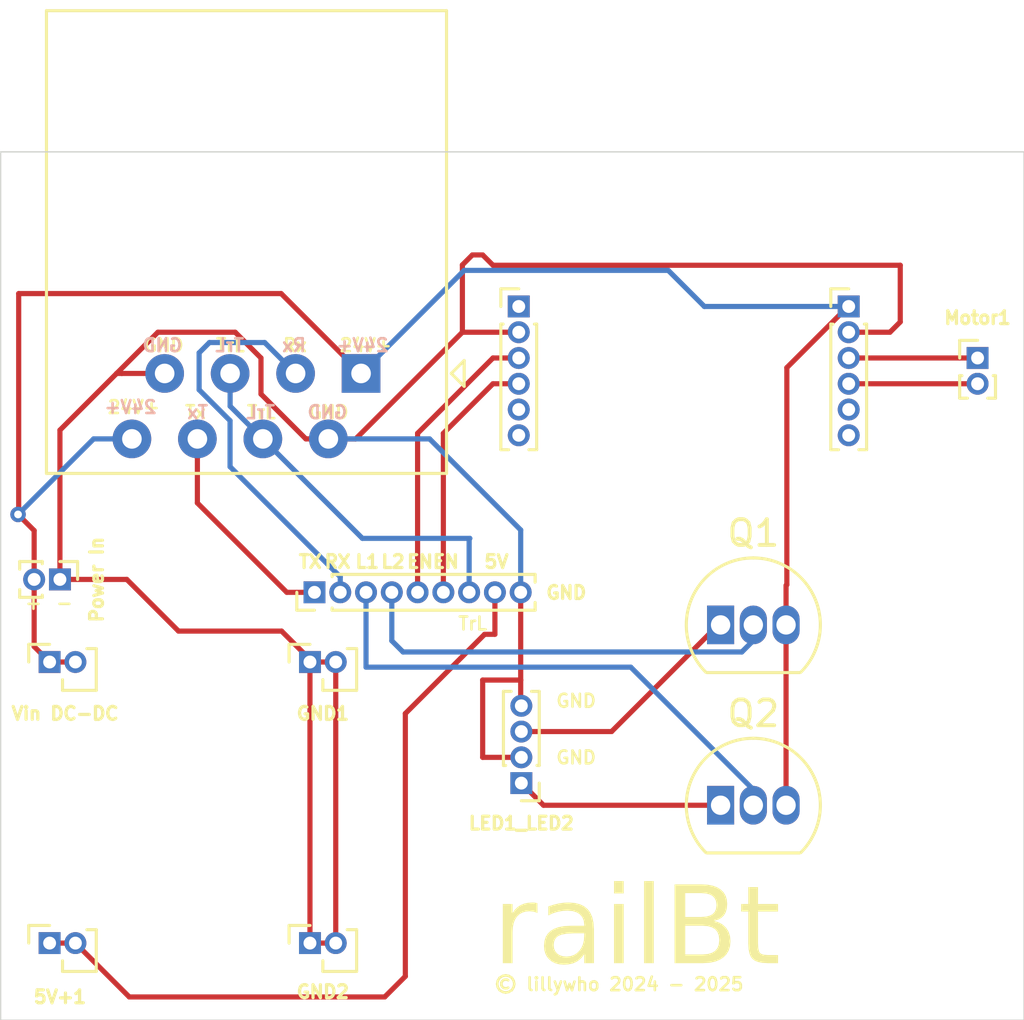
<source format=kicad_pcb>
(kicad_pcb (version 20240108) (generator "pcbnew") (generator_version "8.0")
  (layers (0 "F.Cu" signal) (31 "B.Cu" signal) (34 "B.Paste" user) (35 "F.Paste" user) (36 "B.SilkS" user "B.Silkscreen") (37 "F.SilkS" user "F.Silkscreen") (38 "B.Mask" user) (39 "F.Mask" user) (44 "Edge.Cuts" user))
  (net 0 "")
  (net 2 "Net-(DRV_left1-Pin_2)")
  (net 5 "Net-(DRV_left1-Pin_4)")
  (net 6 "Net-(DRV_left1-Pin_3)")
  (net 7 "Net-(DRV_right1-Pin_4)")
  (net 9 "Net-(DRV_right1-Pin_3)")
  (net 10 "Net-(DRV_right1-Pin_1)")
  (net 12 "Net-(ESP32_jack1-Pin_7)")
  (net 13 "Net-(ESP32_jack1-Pin_3)")
  (net 14 "Net-(ESP32_jack1-Pin_4)")
  (net 15 "Net-(ESP32_jack1-Pin_2)")
  (net 16 "Net-(ESP32_jack1-Pin_1)")
  (net 17 "Net-(LED1_LED2-Pin_3)")
  (net 18 "Net-(LED1_LED2-Pin_1)")
  (net 19 "Net-(5V+1-Pin_1)")
  (footprint "Package_TO_SOT_THT:TO-92_Inline" (layer "F.Cu") (at 220.23 40.36)
    (property "Reference" "Q1" (at 1.27 -3.56 0) (layer "F.SilkS"))
    (property "Value" "BC328" (hide yes))
    (fp_line (start -0.53 1.85) (end 3.07 1.85) (stroke (width 0.12)) (layer "F.SilkS"))
    (fp_arc (start -0.568478 1.838478) (mid -1.132087 -0.994977) (end 1.27 -2.6) (stroke (width 0.12)) (layer "F.SilkS"))
    (fp_arc (start 1.27 -2.6) (mid 3.672087 -0.994977) (end 3.108478 1.838478) (stroke (width 0.12)) (layer "F.SilkS"))
    (pad "1" thru_hole rect (at 0 0) (size 1.05 1.5) (drill 0.75) (layers "*.Cu" "*.Mask") (net 17 "Net-(LED1_LED2-Pin_3)"))
    (pad "2" thru_hole oval (at 1.27 0) (size 1.05 1.5) (drill 0.75) (layers "*.Cu" "*.Mask") (net 14 "Net-(ESP32_jack1-Pin_4)"))
    (pad "3" thru_hole oval (at 2.54 0) (size 1.05 1.5) (drill 0.75) (layers "*.Cu" "*.Mask") (net 10 "Net-(DRV_right1-Pin_1)"))
  )
  (footprint "Connector_PinSocket_1.00mm:PinSocket_1x02_P1.00mm_Vertical" (layer "F.Cu") (at 194.2 41.8 90)
    (property "Reference" "Vin DC-DC" (at -2 0.6 180) (layer "F.SilkS") (effects (font (size 0.5 0.5) (thickness 0.125))))
    (property "Value" "Conn_01x01" (hide yes))
    (fp_line (start 0.685 -0.81) (end 0.685 0) (stroke (width 0.12)) (layer "F.SilkS"))
    (fp_line (start 0 -0.81) (end 0.685 -0.81) (stroke (width 0.12)) (layer "F.SilkS"))
    (fp_line (start -1.1 0.5) (end -0.685 0.5) (stroke (width 0.12)) (layer "F.SilkS"))
    (fp_line (start -1.1 0.5) (end -1.1 1.81) (stroke (width 0.12)) (layer "F.SilkS"))
    (fp_line (start 0.52 1.445898) (end 0.52 1.81) (stroke (width 0.12)) (layer "F.SilkS"))
    (fp_line (start -1.1 1.81) (end 0.52 1.81) (stroke (width 0.12)) (layer "F.SilkS"))
    (pad "1" thru_hole rect (at 0 0 90) (size 0.85 0.85) (drill 0.5) (layers "*.Cu" "*.Mask") (net 10 "Net-(DRV_right1-Pin_1)"))
    (pad "2" thru_hole oval (at 0 1 90) (size 0.85 0.85) (drill 0.5) (layers "*.Cu" "*.Mask") (net 10 "Net-(DRV_right1-Pin_1)"))
  )
  (footprint "Connector_RJ:RJ45_Amphenol_54602-x08_Horizontal" (layer "F.Cu") (at 206.2825 30.6 180)
    (property "Reference" "J1" (hide yes))
    (property "Value" "RJ45_Shielded")
    (fp_line (start 12.205 -3.88) (end 12.205 14.08) (stroke (width 0.12)) (layer "F.SilkS"))
    (fp_line (start 12.205 -3.88) (end -3.315 -3.88) (stroke (width 0.12)) (layer "F.SilkS"))
    (fp_line (start -3.315 14.08) (end 12.205 14.08) (stroke (width 0.12)) (layer "F.SilkS"))
    (fp_line (start -3.315 -3.88) (end -3.315 14.08) (stroke (width 0.12)) (layer "F.SilkS"))
    (fp_line (start -3.5 0) (end -4 -0.5) (stroke (width 0.12)) (layer "F.SilkS"))
    (fp_line (start -4 0.5) (end -3.5 0) (stroke (width 0.12)) (layer "F.SilkS"))
    (fp_line (start -4 -0.5) (end -4 0.5) (stroke (width 0.12)) (layer "F.SilkS"))
    (pad "" np_thru_hole circle (at -1.27 6.35 180) (size 3.2 3.2) (drill 3.2) (layers "*.Cu" "*.Mask"))
    (pad "" np_thru_hole circle (at 10.16 6.35 180) (size 3.2 3.2) (drill 3.2) (layers "*.Cu" "*.Mask"))
    (pad "1" thru_hole rect (at 0 0 180) (size 1.5 1.5) (drill 0.76) (layers "*.Cu" "*.Mask") (net 10 "Net-(DRV_right1-Pin_1)"))
    (pad "2" thru_hole circle (at 1.27 -2.54 180) (size 1.5 1.5) (drill 0.76) (layers "*.Cu" "*.Mask") (net 2 "Net-(DRV_left1-Pin_2)"))
    (pad "3" thru_hole circle (at 2.54 0 180) (size 1.5 1.5) (drill 0.76) (layers "*.Cu" "*.Mask") (net 15 "Net-(ESP32_jack1-Pin_2)"))
    (pad "4" thru_hole circle (at 3.81 -2.54 180) (size 1.5 1.5) (drill 0.76) (layers "*.Cu" "*.Mask") (net 12 "Net-(ESP32_jack1-Pin_7)"))
    (pad "5" thru_hole circle (at 5.08 0 180) (size 1.5 1.5) (drill 0.76) (layers "*.Cu" "*.Mask") (net 12 "Net-(ESP32_jack1-Pin_7)"))
    (pad "6" thru_hole circle (at 6.35 -2.54 180) (size 1.5 1.5) (drill 0.76) (layers "*.Cu" "*.Mask") (net 16 "Net-(ESP32_jack1-Pin_1)"))
    (pad "7" thru_hole circle (at 7.62 0 180) (size 1.5 1.5) (drill 0.76) (layers "*.Cu" "*.Mask") (net 2 "Net-(DRV_left1-Pin_2)"))
    (pad "8" thru_hole circle (at 8.89 -2.54 180) (size 1.5 1.5) (drill 0.76) (layers "*.Cu" "*.Mask") (net 10 "Net-(DRV_right1-Pin_1)"))
  )
  (footprint "Connector_PinHeader_1.00mm:PinHeader_1x06_P1.00mm_Vertical" (layer "F.Cu") (at 225.2 28)
    (property "Reference" "DRV_right1" (hide yes))
    (property "Value" "Conn_01x06_Pin" (hide yes))
    (fp_line (start -0.695 -0.685) (end 0 -0.685) (stroke (width 0.12)) (layer "F.SilkS"))
    (fp_line (start -0.695 0) (end -0.695 -0.685) (stroke (width 0.12)) (layer "F.SilkS"))
    (fp_line (start -0.695 0.685) (end -0.695 5.56) (stroke (width 0.12)) (layer "F.SilkS"))
    (fp_line (start -0.695 0.685) (end -0.608276 0.685) (stroke (width 0.12)) (layer "F.SilkS"))
    (fp_line (start -0.695 5.56) (end -0.394493 5.56) (stroke (width 0.12)) (layer "F.SilkS"))
    (fp_line (start 0.394493 5.56) (end 0.695 5.56) (stroke (width 0.12)) (layer "F.SilkS"))
    (fp_line (start 0.608276 0.685) (end 0.695 0.685) (stroke (width 0.12)) (layer "F.SilkS"))
    (fp_line (start 0.695 0.685) (end 0.695 5.56) (stroke (width 0.12)) (layer "F.SilkS"))
    (pad "1" thru_hole rect (at 0 0) (size 0.85 0.85) (drill 0.5) (layers "*.Cu" "*.Mask") (net 10 "Net-(DRV_right1-Pin_1)"))
    (pad "2" thru_hole oval (at 0 1) (size 0.85 0.85) (drill 0.5) (layers "*.Cu" "*.Mask") (net 2 "Net-(DRV_left1-Pin_2)"))
    (pad "3" thru_hole oval (at 0 2) (size 0.85 0.85) (drill 0.5) (layers "*.Cu" "*.Mask") (net 9 "Net-(DRV_right1-Pin_3)"))
    (pad "4" thru_hole oval (at 0 3) (size 0.85 0.85) (drill 0.5) (layers "*.Cu" "*.Mask") (net 7 "Net-(DRV_right1-Pin_4)"))
    (pad "5" thru_hole oval (at 0 4) (size 0.85 0.85) (drill 0.5) (layers "*.Cu" "*.Mask"))
    (pad "6" thru_hole oval (at 0 5) (size 0.85 0.85) (drill 0.5) (layers "*.Cu" "*.Mask"))
  )
  (footprint "Connector_PinSocket_1.00mm:PinSocket_1x02_P1.00mm_Vertical" (layer "F.Cu") (at 204.3 52.71 90)
    (property "Reference" "GND2" (at -1.89 0.5 180) (layer "F.SilkS") (effects (font (size 0.5 0.5) (thickness 0.125))))
    (property "Value" "Conn_01x02" (hide yes))
    (fp_line (start 0.685 -0.81) (end 0.685 0) (stroke (width 0.12)) (layer "F.SilkS"))
    (fp_line (start 0 -0.81) (end 0.685 -0.81) (stroke (width 0.12)) (layer "F.SilkS"))
    (fp_line (start -1.1 0.5) (end -0.685 0.5) (stroke (width 0.12)) (layer "F.SilkS"))
    (fp_line (start -1.1 0.5) (end -1.1 1.81) (stroke (width 0.12)) (layer "F.SilkS"))
    (fp_line (start 0.52 1.445898) (end 0.52 1.81) (stroke (width 0.12)) (layer "F.SilkS"))
    (fp_line (start -1.1 1.81) (end 0.52 1.81) (stroke (width 0.12)) (layer "F.SilkS"))
    (pad "1" thru_hole rect (at 0 0 90) (size 0.85 0.85) (drill 0.5) (layers "*.Cu" "*.Mask") (net 2 "Net-(DRV_left1-Pin_2)"))
    (pad "2" thru_hole oval (at 0 1 90) (size 0.85 0.85) (drill 0.5) (layers "*.Cu" "*.Mask") (net 2 "Net-(DRV_left1-Pin_2)"))
  )
  (footprint "Connector_PinHeader_1.00mm:PinHeader_1x04_P1.00mm_Vertical" (layer "F.Cu") (at 212.5 46.5 180)
    (property "Reference" "LED1_LED2" (at 0 -1.56 0) (layer "F.SilkS") (effects (font (size 0.5 0.5) (thickness 0.125))))
    (property "Value" "Conn_01x04_Pin" (hide yes))
    (fp_line (start 0.695 0.685) (end 0.695 3.56) (stroke (width 0.12)) (layer "F.SilkS"))
    (fp_line (start 0.608276 0.685) (end 0.695 0.685) (stroke (width 0.12)) (layer "F.SilkS"))
    (fp_line (start 0.394493 3.56) (end 0.695 3.56) (stroke (width 0.12)) (layer "F.SilkS"))
    (fp_line (start -0.695 3.56) (end -0.394493 3.56) (stroke (width 0.12)) (layer "F.SilkS"))
    (fp_line (start -0.695 0.685) (end -0.608276 0.685) (stroke (width 0.12)) (layer "F.SilkS"))
    (fp_line (start -0.695 0.685) (end -0.695 3.56) (stroke (width 0.12)) (layer "F.SilkS"))
    (fp_line (start -0.695 0) (end -0.695 -0.685) (stroke (width 0.12)) (layer "F.SilkS"))
    (fp_line (start -0.695 -0.685) (end 0 -0.685) (stroke (width 0.12)) (layer "F.SilkS"))
    (pad "1" thru_hole rect (at 0 0 180) (size 0.85 0.85) (drill 0.5) (layers "*.Cu" "*.Mask") (net 18 "Net-(LED1_LED2-Pin_1)"))
    (pad "2" thru_hole oval (at 0 1 180) (size 0.85 0.85) (drill 0.5) (layers "*.Cu" "*.Mask") (net 2 "Net-(DRV_left1-Pin_2)"))
    (pad "3" thru_hole oval (at 0 2 180) (size 0.85 0.85) (drill 0.5) (layers "*.Cu" "*.Mask") (net 17 "Net-(LED1_LED2-Pin_3)"))
    (pad "4" thru_hole oval (at 0 3 180) (size 0.85 0.85) (drill 0.5) (layers "*.Cu" "*.Mask") (net 2 "Net-(DRV_left1-Pin_2)"))
  )
  (footprint "Connector_PinHeader_1.00mm:PinHeader_1x09_P1.00mm_Vertical" (layer "F.Cu") (at 204.475 39.095 90)
    (property "Reference" "ESP32_jack1" (hide yes))
    (property "Value" "Conn_01x09_Pin" (hide yes))
    (fp_line (start -0.695 -0.685) (end 0 -0.685) (stroke (width 0.12)) (layer "F.SilkS"))
    (fp_line (start -0.695 0) (end -0.695 -0.685) (stroke (width 0.12)) (layer "F.SilkS"))
    (fp_line (start 0.695 0.685) (end 0.695 8.56) (stroke (width 0.12)) (layer "F.SilkS"))
    (fp_line (start 0.608276 0.685) (end 0.695 0.685) (stroke (width 0.12)) (layer "F.SilkS"))
    (fp_line (start -0.695 0.685) (end -0.608276 0.685) (stroke (width 0.12)) (layer "F.SilkS"))
    (fp_line (start -0.695 0.685) (end -0.695 8.56) (stroke (width 0.12)) (layer "F.SilkS"))
    (fp_line (start 0.394493 8.56) (end 0.695 8.56) (stroke (width 0.12)) (layer "F.SilkS"))
    (fp_line (start -0.695 8.56) (end -0.394493 8.56) (stroke (width 0.12)) (layer "F.SilkS"))
    (pad "1" thru_hole rect (at 0 0 90) (size 0.85 0.85) (drill 0.5) (layers "*.Cu" "*.Mask") (net 16 "Net-(ESP32_jack1-Pin_1)"))
    (pad "2" thru_hole oval (at 0 1 90) (size 0.85 0.85) (drill 0.5) (layers "*.Cu" "*.Mask") (net 15 "Net-(ESP32_jack1-Pin_2)"))
    (pad "3" thru_hole oval (at 0 2 90) (size 0.85 0.85) (drill 0.5) (layers "*.Cu" "*.Mask") (net 13 "Net-(ESP32_jack1-Pin_3)"))
    (pad "4" thru_hole oval (at 0 3 90) (size 0.85 0.85) (drill 0.5) (layers "*.Cu" "*.Mask") (net 14 "Net-(ESP32_jack1-Pin_4)"))
    (pad "5" thru_hole oval (at 0 4 90) (size 0.85 0.85) (drill 0.5) (layers "*.Cu" "*.Mask") (net 6 "Net-(DRV_left1-Pin_3)"))
    (pad "6" thru_hole oval (at 0 5 90) (size 0.85 0.85) (drill 0.5) (layers "*.Cu" "*.Mask") (net 5 "Net-(DRV_left1-Pin_4)"))
    (pad "7" thru_hole oval (at 0 6 90) (size 0.85 0.85) (drill 0.5) (layers "*.Cu" "*.Mask") (net 12 "Net-(ESP32_jack1-Pin_7)"))
    (pad "8" thru_hole oval (at 0 7 90) (size 0.85 0.85) (drill 0.5) (layers "*.Cu" "*.Mask") (net 19 "Net-(5V+1-Pin_1)"))
    (pad "9" thru_hole oval (at 0 8 90) (size 0.85 0.85) (drill 0.5) (layers "*.Cu" "*.Mask") (net 2 "Net-(DRV_left1-Pin_2)"))
  )
  (footprint "Connector_PinHeader_1.00mm:PinHeader_1x02_P1.00mm_Vertical" (layer "F.Cu") (at 230.2 30)
    (property "Reference" "Motor1" (at 0 -1.56 0) (layer "F.SilkS") (effects (font (size 0.5 0.5) (thickness 0.125))))
    (property "Value" "Conn_01x02_Pin" (hide yes))
    (fp_line (start -0.695 -0.685) (end 0 -0.685) (stroke (width 0.12)) (layer "F.SilkS"))
    (fp_line (start -0.695 0) (end -0.695 -0.685) (stroke (width 0.12)) (layer "F.SilkS"))
    (fp_line (start -0.695 0.685) (end -0.695 1.56) (stroke (width 0.12)) (layer "F.SilkS"))
    (fp_line (start -0.695 0.685) (end -0.608276 0.685) (stroke (width 0.12)) (layer "F.SilkS"))
    (fp_line (start -0.695 1.56) (end -0.394493 1.56) (stroke (width 0.12)) (layer "F.SilkS"))
    (fp_line (start 0.394493 1.56) (end 0.695 1.56) (stroke (width 0.12)) (layer "F.SilkS"))
    (fp_line (start 0.608276 0.685) (end 0.695 0.685) (stroke (width 0.12)) (layer "F.SilkS"))
    (fp_line (start 0.695 0.685) (end 0.695 1.56) (stroke (width 0.12)) (layer "F.SilkS"))
    (pad "1" thru_hole rect (at 0 0) (size 0.85 0.85) (drill 0.5) (layers "*.Cu" "*.Mask") (net 9 "Net-(DRV_right1-Pin_3)"))
    (pad "2" thru_hole oval (at 0 1) (size 0.85 0.85) (drill 0.5) (layers "*.Cu" "*.Mask") (net 7 "Net-(DRV_right1-Pin_4)"))
  )
  (footprint "Connector_PinSocket_1.00mm:PinSocket_1x02_P1.00mm_Vertical" (layer "F.Cu") (at 194.2 52.71 90)
    (property "Reference" "5V+1" (at -2.09 0.4 180) (layer "F.SilkS") (effects (font (size 0.5 0.5) (thickness 0.125))))
    (property "Value" "Conn_01x02" (hide yes))
    (fp_line (start 0.685 -0.81) (end 0.685 0) (stroke (width 0.12)) (layer "F.SilkS"))
    (fp_line (start 0 -0.81) (end 0.685 -0.81) (stroke (width 0.12)) (layer "F.SilkS"))
    (fp_line (start -1.1 0.5) (end -0.685 0.5) (stroke (width 0.12)) (layer "F.SilkS"))
    (fp_line (start -1.1 0.5) (end -1.1 1.81) (stroke (width 0.12)) (layer "F.SilkS"))
    (fp_line (start 0.52 1.445898) (end 0.52 1.81) (stroke (width 0.12)) (layer "F.SilkS"))
    (fp_line (start -1.1 1.81) (end 0.52 1.81) (stroke (width 0.12)) (layer "F.SilkS"))
    (pad "1" thru_hole rect (at 0 0 90) (size 0.85 0.85) (drill 0.5) (layers "*.Cu" "*.Mask") (net 19 "Net-(5V+1-Pin_1)"))
    (pad "2" thru_hole oval (at 0 1 90) (size 0.85 0.85) (drill 0.5) (layers "*.Cu" "*.Mask") (net 19 "Net-(5V+1-Pin_1)"))
  )
  (footprint "Connector_PinHeader_1.00mm:PinHeader_1x06_P1.00mm_Vertical" (layer "F.Cu") (at 212.4 28)
    (property "Reference" "DRV_left1" (hide yes))
    (property "Value" "Conn_01x06_Pin" (hide yes))
    (fp_line (start -0.695 -0.685) (end 0 -0.685) (stroke (width 0.12)) (layer "F.SilkS"))
    (fp_line (start -0.695 0) (end -0.695 -0.685) (stroke (width 0.12)) (layer "F.SilkS"))
    (fp_line (start -0.695 0.685) (end -0.695 5.56) (stroke (width 0.12)) (layer "F.SilkS"))
    (fp_line (start -0.695 0.685) (end -0.608276 0.685) (stroke (width 0.12)) (layer "F.SilkS"))
    (fp_line (start -0.695 5.56) (end -0.394493 5.56) (stroke (width 0.12)) (layer "F.SilkS"))
    (fp_line (start 0.394493 5.56) (end 0.695 5.56) (stroke (width 0.12)) (layer "F.SilkS"))
    (fp_line (start 0.608276 0.685) (end 0.695 0.685) (stroke (width 0.12)) (layer "F.SilkS"))
    (fp_line (start 0.695 0.685) (end 0.695 5.56) (stroke (width 0.12)) (layer "F.SilkS"))
    (pad "1" thru_hole rect (at 0 0) (size 0.85 0.85) (drill 0.5) (layers "*.Cu" "*.Mask"))
    (pad "2" thru_hole oval (at 0 1) (size 0.85 0.85) (drill 0.5) (layers "*.Cu" "*.Mask") (net 2 "Net-(DRV_left1-Pin_2)"))
    (pad "3" thru_hole oval (at 0 2) (size 0.85 0.85) (drill 0.5) (layers "*.Cu" "*.Mask") (net 6 "Net-(DRV_left1-Pin_3)"))
    (pad "4" thru_hole oval (at 0 3) (size 0.85 0.85) (drill 0.5) (layers "*.Cu" "*.Mask") (net 5 "Net-(DRV_left1-Pin_4)"))
    (pad "5" thru_hole oval (at 0 4) (size 0.85 0.85) (drill 0.5) (layers "*.Cu" "*.Mask"))
    (pad "6" thru_hole oval (at 0 5) (size 0.85 0.85) (drill 0.5) (layers "*.Cu" "*.Mask"))
  )
  (footprint "Package_TO_SOT_THT:TO-92_Inline" (layer "F.Cu") (at 220.23 47.36)
    (property "Reference" "Q2" (at 1.27 -3.56 0) (layer "F.SilkS"))
    (property "Value" "BC328" (hide yes))
    (fp_line (start -0.53 1.85) (end 3.07 1.85) (stroke (width 0.12)) (layer "F.SilkS"))
    (fp_arc (start -0.568478 1.838478) (mid -1.132087 -0.994977) (end 1.27 -2.6) (stroke (width 0.12)) (layer "F.SilkS"))
    (fp_arc (start 1.27 -2.6) (mid 3.672087 -0.994977) (end 3.108478 1.838478) (stroke (width 0.12)) (layer "F.SilkS"))
    (pad "1" thru_hole rect (at 0 0) (size 1.05 1.5) (drill 0.75) (layers "*.Cu" "*.Mask") (net 18 "Net-(LED1_LED2-Pin_1)"))
    (pad "2" thru_hole oval (at 1.27 0) (size 1.05 1.5) (drill 0.75) (layers "*.Cu" "*.Mask") (net 13 "Net-(ESP32_jack1-Pin_3)"))
    (pad "3" thru_hole oval (at 2.54 0) (size 1.05 1.5) (drill 0.75) (layers "*.Cu" "*.Mask") (net 10 "Net-(DRV_right1-Pin_1)"))
  )
  (footprint "Connector_PinSocket_1.00mm:PinSocket_1x02_P1.00mm_Vertical" (layer "F.Cu") (at 204.3 41.8 90)
    (property "Reference" "GND1" (at -2 0.5 180) (layer "F.SilkS") (effects (font (size 0.5 0.5) (thickness 0.125))))
    (property "Value" "Conn_01x02" (hide yes))
    (fp_line (start 0.685 -0.81) (end 0.685 0) (stroke (width 0.12)) (layer "F.SilkS"))
    (fp_line (start 0 -0.81) (end 0.685 -0.81) (stroke (width 0.12)) (layer "F.SilkS"))
    (fp_line (start -1.1 0.5) (end -0.685 0.5) (stroke (width 0.12)) (layer "F.SilkS"))
    (fp_line (start -1.1 0.5) (end -1.1 1.81) (stroke (width 0.12)) (layer "F.SilkS"))
    (fp_line (start 0.52 1.445898) (end 0.52 1.81) (stroke (width 0.12)) (layer "F.SilkS"))
    (fp_line (start -1.1 1.81) (end 0.52 1.81) (stroke (width 0.12)) (layer "F.SilkS"))
    (pad "1" thru_hole rect (at 0 0 90) (size 0.85 0.85) (drill 0.5) (layers "*.Cu" "*.Mask") (net 2 "Net-(DRV_left1-Pin_2)"))
    (pad "2" thru_hole oval (at 0 1 90) (size 0.85 0.85) (drill 0.5) (layers "*.Cu" "*.Mask") (net 2 "Net-(DRV_left1-Pin_2)"))
  )
  (footprint "Connector_PinHeader_1.00mm:PinHeader_1x02_P1.00mm_Vertical" (layer "F.Cu") (at 194.6 38.595 -90)
    (property "Reference" "Power In" (at 0.005 -1.425 90) (layer "F.SilkS") (effects (font (size 0.5 0.5) (thickness 0.125))))
    (property "Value" "Conn_01x02_Pin" (hide yes))
    (fp_line (start -0.695 1.56) (end -0.394493 1.56) (stroke (width 0.12)) (layer "F.SilkS"))
    (fp_line (start 0.394493 1.56) (end 0.695 1.56) (stroke (width 0.12)) (layer "F.SilkS"))
    (fp_line (start -0.695 0.685) (end -0.695 1.56) (stroke (width 0.12)) (layer "F.SilkS"))
    (fp_line (start -0.695 0.685) (end -0.608276 0.685) (stroke (width 0.12)) (layer "F.SilkS"))
    (fp_line (start 0.608276 0.685) (end 0.695 0.685) (stroke (width 0.12)) (layer "F.SilkS"))
    (fp_line (start 0.695 0.685) (end 0.695 1.56) (stroke (width 0.12)) (layer "F.SilkS"))
    (fp_line (start -0.695 0) (end -0.695 -0.685) (stroke (width 0.12)) (layer "F.SilkS"))
    (fp_line (start -0.695 -0.685) (end 0 -0.685) (stroke (width 0.12)) (layer "F.SilkS"))
    (pad "1" thru_hole rect (at 0 0 270) (size 0.85 0.85) (drill 0.5) (layers "*.Cu" "*.Mask") (net 2 "Net-(DRV_left1-Pin_2)"))
    (pad "2" thru_hole oval (at 0 1 270) (size 0.85 0.85) (drill 0.5) (layers "*.Cu" "*.Mask") (net 10 "Net-(DRV_right1-Pin_1)"))
  )
  (gr_rect (start 192.3 22) (end 232 55.7) (stroke (width 0.05)) (fill none) (layer "Edge.Cuts"))
  (gr_text "GND" (at 205.8 32.4 0) (layer "B.SilkS") (effects (font (size 0.5 0.5) (thickness 0.1)) (justify left bottom mirror)))
  (gr_text "TrL" (at 201.8 29.8 0) (layer "B.SilkS") (effects (font (size 0.5 0.5) (thickness 0.1)) (justify left bottom mirror)))
  (gr_text "24V+" (at 198.4 32.2 0) (layer "B.SilkS") (effects (font (size 0.5 0.5) (thickness 0.1)) (justify left bottom mirror)))
  (gr_text "24V+" (at 207.4 29.8 0) (layer "B.SilkS") (effects (font (size 0.5 0.5) (thickness 0.1)) (justify left bottom mirror)))
  (gr_text "Tx" (at 200.4 32.4 0) (layer "B.SilkS") (effects (font (size 0.5 0.5) (thickness 0.1)) (justify left bottom mirror)))
  (gr_text "GND" (at 199.4 29.8 0) (layer "B.SilkS") (effects (font (size 0.5 0.5) (thickness 0.1)) (justify left bottom mirror)))
  (gr_text "Rx" (at 204.2 29.8 0) (layer "B.SilkS") (effects (font (size 0.5 0.5) (thickness 0.1)) (justify left bottom mirror)))
  (gr_text "TrL" (at 203 32.4 0) (layer "B.SilkS") (effects (font (size 0.5 0.5) (thickness 0.1)) (justify left bottom mirror)))
  (gr_text "Tx" (at 199.4 32.4 0) (layer "F.SilkS") (effects (font (size 0.5 0.5) (thickness 0.1)) (justify left bottom)))
  (gr_text "+" (at 193.2 39.8 0) (layer "F.SilkS") (effects (font (size 0.5 0.5) (thickness 0.1)) (justify left bottom)))
  (gr_text "GND" (at 213.4 39.4 0) (layer "F.SilkS") (effects (font (size 0.5 0.5) (thickness 0.125)) (justify left bottom)))
  (gr_text "EN" (at 209 38.2 0) (layer "F.SilkS") (effects (font (size 0.5 0.5) (thickness 0.125)) (justify left bottom)))
  (gr_text "GND" (at 197.8 29.8 0) (layer "F.SilkS") (effects (font (size 0.5 0.5) (thickness 0.1)) (justify left bottom)))
  (gr_text "24V+" (at 196.4 32.2 0) (layer "F.SilkS") (effects (font (size 0.5 0.5) (thickness 0.1)) (justify left bottom)))
  (gr_text "GND" (at 213.8 45.8 0) (layer "F.SilkS") (effects (font (size 0.5 0.5) (thickness 0.1)) (justify left bottom)))
  (gr_text "L2" (at 207 38.2 0) (layer "F.SilkS") (effects (font (size 0.5 0.5) (thickness 0.125)) (justify left bottom)))
  (gr_text "24V+" (at 205.4 29.8 0) (layer "F.SilkS") (effects (font (size 0.5 0.5) (thickness 0.1)) (justify left bottom)))
  (gr_text "railBt" (at 211.4 54 0) (layer "F.SilkS") (effects (font (size 3 3) (thickness 0.1)) (justify left bottom)))
  (gr_text "EN" (at 208 38.2 0) (layer "F.SilkS") (effects (font (size 0.5 0.5) (thickness 0.125)) (justify left bottom)))
  (gr_text "L1" (at 206 38.2 0) (layer "F.SilkS") (effects (font (size 0.5 0.5) (thickness 0.125)) (justify left bottom)))
  (gr_text "5V" (at 211 38.2 0) (layer "F.SilkS") (effects (font (size 0.5 0.5) (thickness 0.125)) (justify left bottom)))
  (gr_text "TX" (at 203.8 38.2 0) (layer "F.SilkS") (effects (font (size 0.5 0.5) (thickness 0.125) (bold yes)) (justify left bottom)))
  (gr_text "RX" (at 204.8 38.2 0) (layer "F.SilkS") (effects (font (size 0.5 0.5) (thickness 0.125) (bold yes)) (justify left bottom)))
  (gr_text "TrL" (at 200.6 29.8 0) (layer "F.SilkS") (effects (font (size 0.5 0.5) (thickness 0.1)) (justify left bottom)))
  (gr_text "-" (at 194.4 39.8 0) (layer "F.SilkS") (effects (font (size 0.5 0.5) (thickness 0.1)) (justify left bottom)))
  (gr_text "© lillywho 2024 - 2025" (at 211.4 54.6 0) (layer "F.SilkS") (effects (font (size 0.5 0.5) (thickness 0.1)) (justify left bottom)))
  (gr_text "Rx" (at 203.2 29.8 0) (layer "F.SilkS") (effects (font (size 0.5 0.5) (thickness 0.1)) (justify left bottom)))
  (gr_text "GND" (at 213.8 43.6 0) (layer "F.SilkS") (effects (font (size 0.5 0.5) (thickness 0.1)) (justify left bottom)))
  (gr_text "TrL" (at 201.8 32.4 0) (layer "F.SilkS") (effects (font (size 0.5 0.5) (thickness 0.1)) (justify left bottom)))
  (gr_text "TrL" (at 210 40.6 0) (layer "F.SilkS") (effects (font (size 0.5 0.5) (thickness 0.1) (bold yes)) (justify left bottom)))
  (gr_text "GND" (at 204.2 32.4 0) (layer "F.SilkS") (effects (font (size 0.5 0.5) (thickness 0.1)) (justify left bottom)))
  (segment (start 205.3 52.71) (end 205.3 41.8) (width 0.2) (layer "F.Cu") (net 2))
  (segment (start 212.475 42.5) (end 212.475 43.475) (width 0.2) (layer "F.Cu") (net 2))
  (segment (start 212.5 45.5) (end 211 45.5) (width 0.2) (layer "F.Cu") (net 2))
  (segment (start 202.4 30) (end 201.4 29) (width 0.2) (layer "F.Cu") (net 2))
  (segment (start 210.21316 29) (end 210.21316 26.38684) (width 0.2) (layer "F.Cu") (net 2))
  (segment (start 204.3 52.71) (end 205.3 52.71) (width 0.2) (layer "F.Cu") (net 2))
  (segment (start 226.8 29) (end 225.2 29) (width 0.2) (layer "F.Cu") (net 2))
  (segment (start 206.07316 33.14) (end 210.21316 29) (width 0.2) (layer "F.Cu") (net 2))
  (segment (start 194.525 38.67) (end 194.6 38.595) (width 0.2) (layer "F.Cu") (net 2))
  (segment (start 227.2 26.4) (end 227.2 28.6) (width 0.2) (layer "F.Cu") (net 2))
  (segment (start 202.4 31.399999) (end 202.4 30) (width 0.2) (layer "F.Cu") (net 2))
  (segment (start 194.6 32.8) (end 196.8 30.6) (width 0.2) (layer "F.Cu") (net 2))
  (segment (start 196.8 30.6) (end 197 30.6) (width 0.2) (layer "F.Cu") (net 2))
  (segment (start 197.195 38.595) (end 199.2 40.6) (width 0.2) (layer "F.Cu") (net 2))
  (segment (start 211 45.5) (end 211 42.5) (width 0.2) (layer "F.Cu") (net 2))
  (segment (start 205.3 41.8) (end 204.3 41.8) (width 0.2) (layer "F.Cu") (net 2))
  (segment (start 198.4 29) (end 196.8 30.6) (width 0.2) (layer "F.Cu") (net 2))
  (segment (start 211 26) (end 211.4 26.4) (width 0.2) (layer "F.Cu") (net 2))
  (segment (start 203.2 40.6) (end 204.3 41.7) (width 0.2) (layer "F.Cu") (net 2))
  (segment (start 205.0125 33.14) (end 206.07316 33.14) (width 0.2) (layer "F.Cu") (net 2))
  (segment (start 210.21316 29) (end 212.4 29) (width 0.2) (layer "F.Cu") (net 2))
  (segment (start 204.3 52.71) (end 204.3 41.8) (width 0.2) (layer "F.Cu") (net 2))
  (segment (start 198.6625 30.6) (end 197 30.6) (width 0.2) (layer "F.Cu") (net 2))
  (segment (start 194.6 32.8) (end 194.6 38.595) (width 0.2) (layer "F.Cu") (net 2))
  (segment (start 210.6 26) (end 211 26) (width 0.2) (layer "F.Cu") (net 2))
  (segment (start 227.2 28.6) (end 226.8 29) (width 0.2) (layer "F.Cu") (net 2))
  (segment (start 205.0125 33.14) (end 204.140001 33.14) (width 0.2) (layer "F.Cu") (net 2))
  (segment (start 201.4 29) (end 198.4 29) (width 0.2) (layer "F.Cu") (net 2))
  (segment (start 194.6 38.595) (end 197.195 38.595) (width 0.2) (layer "F.Cu") (net 2))
  (segment (start 199.2 40.6) (end 203.2 40.6) (width 0.2) (layer "F.Cu") (net 2))
  (segment (start 212.475 43.475) (end 212.5 43.5) (width 0.2) (layer "F.Cu") (net 2))
  (segment (start 211.4 26.4) (end 227.2 26.4) (width 0.2) (layer "F.Cu") (net 2))
  (segment (start 212.475 39.095) (end 212.475 42.5) (width 0.2) (layer "F.Cu") (net 2))
  (segment (start 210.21316 26.38684) (end 210.6 26) (width 0.2) (layer "F.Cu") (net 2))
  (segment (start 204.140001 33.14) (end 202.4 31.399999) (width 0.2) (layer "F.Cu") (net 2))
  (segment (start 204.3 41.7) (end 204.3 41.8) (width 0.2) (layer "F.Cu") (net 2))
  (segment (start 211 42.5) (end 212.475 42.5) (width 0.2) (layer "F.Cu") (net 2))
  (segment (start 208.94 33.14) (end 205.0125 33.14) (width 0.2) (layer "B.Cu") (net 2))
  (segment (start 212.475 39.095) (end 212.475 36.675) (width 0.2) (layer "B.Cu") (net 2))
  (segment (start 212.475 36.675) (end 208.94 33.14) (width 0.2) (layer "B.Cu") (net 2))
  (segment (start 212.4 31) (end 211.39896 31) (width 0.2) (layer "F.Cu") (net 5))
  (segment (start 211.39896 31) (end 209.475 32.92396) (width 0.2) (layer "F.Cu") (net 5))
  (segment (start 209.475 32.92396) (end 209.475 39.095) (width 0.2) (layer "F.Cu") (net 5))
  (segment (start 212.4 30) (end 211.39896 30) (width 0.2) (layer "F.Cu") (net 6))
  (segment (start 211.39896 30) (end 208.475 32.92396) (width 0.2) (layer "F.Cu") (net 6))
  (segment (start 208.475 32.92396) (end 208.475 39.095) (width 0.2) (layer "F.Cu") (net 6))
  (segment (start 230.2 31) (end 225.2 31) (width 0.2) (layer "F.Cu") (net 7))
  (segment (start 230.2 30) (end 225.2 30) (width 0.2) (layer "F.Cu") (net 9))
  (segment (start 225.174695 28) (end 225.2 28) (width 0.2) (layer "F.Cu") (net 10))
  (segment (start 193.6 38.595) (end 193.6 41.2) (width 0.2) (layer "F.Cu") (net 10))
  (segment (start 222.77 47.36) (end 222.77 40.36) (width 0.2) (layer "F.Cu") (net 10))
  (segment (start 222.77 40.36) (end 222.77 38.83) (width 0.2) (layer "F.Cu") (net 10))
  (segment (start 193.6 38.595) (end 193.6 36.697575) (width 0.2) (layer "F.Cu") (net 10))
  (segment (start 195.2 41.8) (end 194.2 41.8) (width 0.2) (layer "F.Cu") (net 10))
  (segment (start 222.77 38.83) (end 222.8 38.8) (width 0.2) (layer "F.Cu") (net 10))
  (segment (start 222.8 30.374695) (end 225.174695 28) (width 0.2) (layer "F.Cu") (net 10))
  (segment (start 193 36.047575) (end 193 27.5) (width 0.2) (layer "F.Cu") (net 10))
  (segment (start 222.8 38.8) (end 222.8 30.374695) (width 0.2) (layer "F.Cu") (net 10))
  (segment (start 193 27.5) (end 203.1825 27.5) (width 0.2) (layer "F.Cu") (net 10))
  (segment (start 192.975 36.072575) (end 193 36.047575) (width 0.2) (layer "F.Cu") (net 10))
  (segment (start 193.6 36.697575) (end 192.975 36.072575) (width 0.2) (layer "F.Cu") (net 10))
  (segment (start 203.1825 27.5) (end 206.2825 30.6) (width 0.2) (layer "F.Cu") (net 10))
  (segment (start 193.6 41.2) (end 194.2 41.8) (width 0.2) (layer "F.Cu") (net 10))
  (via (at 192.975 36.072575) (size 0.6) (drill 0.3) (layers "F.Cu" "B.Cu") (net 10))
  (segment (start 197.3925 33.14) (end 195.907575 33.14) (width 0.2) (layer "B.Cu") (net 10))
  (segment (start 219.6 28) (end 225.2 28) (width 0.2) (layer "B.Cu") (net 10))
  (segment (start 206.2825 30.6) (end 210.2825 26.6) (width 0.2) (layer "B.Cu") (net 10))
  (segment (start 218.2 26.6) (end 219.6 28) (width 0.2) (layer "B.Cu") (net 10))
  (segment (start 210.2825 26.6) (end 218.2 26.6) (width 0.2) (layer "B.Cu") (net 10))
  (segment (start 195.907575 33.14) (end 192.975 36.072575) (width 0.2) (layer "B.Cu") (net 10))
  (segment (start 201.2025 31.87) (end 202.4725 33.14) (width 0.2) (layer "B.Cu") (net 12))
  (segment (start 201.2025 30.6) (end 201.2025 31.87) (width 0.2) (layer "B.Cu") (net 12))
  (segment (start 210.5 37) (end 206.3325 37) (width 0.2) (layer "B.Cu") (net 12))
  (segment (start 210.5 37) (end 210.475 37.025) (width 0.2) (layer "B.Cu") (net 12))
  (segment (start 206.3325 37) (end 202.4725 33.14) (width 0.2) (layer "B.Cu") (net 12))
  (segment (start 210.475 37.025) (end 210.475 39.095) (width 0.2) (layer "B.Cu") (net 12))
  (segment (start 221.5 47.36) (end 221.5 46.755) (width 0.2) (layer "B.Cu") (net 13))
  (segment (start 206.475 42) (end 206.475 39.095) (width 0.2) (layer "B.Cu") (net 13))
  (segment (start 221.5 46.755) (end 216.745 42) (width 0.2) (layer "B.Cu") (net 13))
  (segment (start 216.745 42) (end 206.475 42) (width 0.2) (layer "B.Cu") (net 13))
  (segment (start 207.91 41.41) (end 207.475 40.975) (width 0.2) (layer "B.Cu") (net 14))
  (segment (start 221.055 41.41) (end 207.91 41.41) (width 0.2) (layer "B.Cu") (net 14))
  (segment (start 221.5 40.36) (end 221.5 40.965) (width 0.2) (layer "B.Cu") (net 14))
  (segment (start 207.475 40.975) (end 207.475 39.095) (width 0.2) (layer "B.Cu") (net 14))
  (segment (start 221.5 40.965) (end 221.055 41.41) (width 0.2) (layer "B.Cu") (net 14))
  (segment (start 200 29.8) (end 200 31.233186) (width 0.2) (layer "B.Cu") (net 15))
  (segment (start 203.7425 30.6) (end 202.5425 29.4) (width 0.2) (layer "B.Cu") (net 15))
  (segment (start 201.2 32.433186) (end 201.2 34.21896) (width 0.2) (layer "B.Cu") (net 15))
  (segment (start 201.2 34.21896) (end 205.475 38.49396) (width 0.2) (layer "B.Cu") (net 15))
  (segment (start 205.475 38.49396) (end 205.475 39.095) (width 0.2) (layer "B.Cu") (net 15))
  (segment (start 200.4 29.4) (end 200 29.8) (width 0.2) (layer "B.Cu") (net 15))
  (segment (start 200 31.233186) (end 201.2 32.433186) (width 0.2) (layer "B.Cu") (net 15))
  (segment (start 202.5425 29.4) (end 200.4 29.4) (width 0.2) (layer "B.Cu") (net 15))
  (segment (start 203.4 39.095) (end 199.9325 35.6275) (width 0.2) (layer "F.Cu") (net 16))
  (segment (start 204.475 39.095) (end 203.4 39.095) (width 0.2) (layer "F.Cu") (net 16))
  (segment (start 199.9325 35.6275) (end 199.9325 33.14) (width 0.2) (layer "F.Cu") (net 16))
  (segment (start 220.23 40.36) (end 220.14 40.36) (width 0.2) (layer "F.Cu") (net 17))
  (segment (start 216 44.5) (end 212.5 44.5) (width 0.2) (layer "F.Cu") (net 17))
  (segment (start 220.14 40.36) (end 216 44.5) (width 0.2) (layer "F.Cu") (net 17))
  (segment (start 220.23 47.36) (end 213.36 47.36) (width 0.2) (layer "F.Cu") (net 18))
  (segment (start 213.36 47.36) (end 212.5 46.5) (width 0.2) (layer "F.Cu") (net 18))
  (segment (start 211.475 40.725) (end 211.475 39.095) (width 0.2) (layer "F.Cu") (net 19))
  (segment (start 207.2 54.8) (end 208 54) (width 0.2) (layer "F.Cu") (net 19))
  (segment (start 195.2 52.71) (end 197.29 54.8) (width 0.2) (layer "F.Cu") (net 19))
  (segment (start 208 43.8) (end 211.075 40.725) (width 0.2) (layer "F.Cu") (net 19))
  (segment (start 208 54) (end 208 43.8) (width 0.2) (layer "F.Cu") (net 19))
  (segment (start 197.29 54.8) (end 207.2 54.8) (width 0.2) (layer "F.Cu") (net 19))
  (segment (start 194.2 52.71) (end 195.2 52.71) (width 0.2) (layer "F.Cu") (net 19))
  (segment (start 211.075 40.725) (end 211.475 40.725) (width 0.2) (layer "F.Cu") (net 19))
)
</source>
